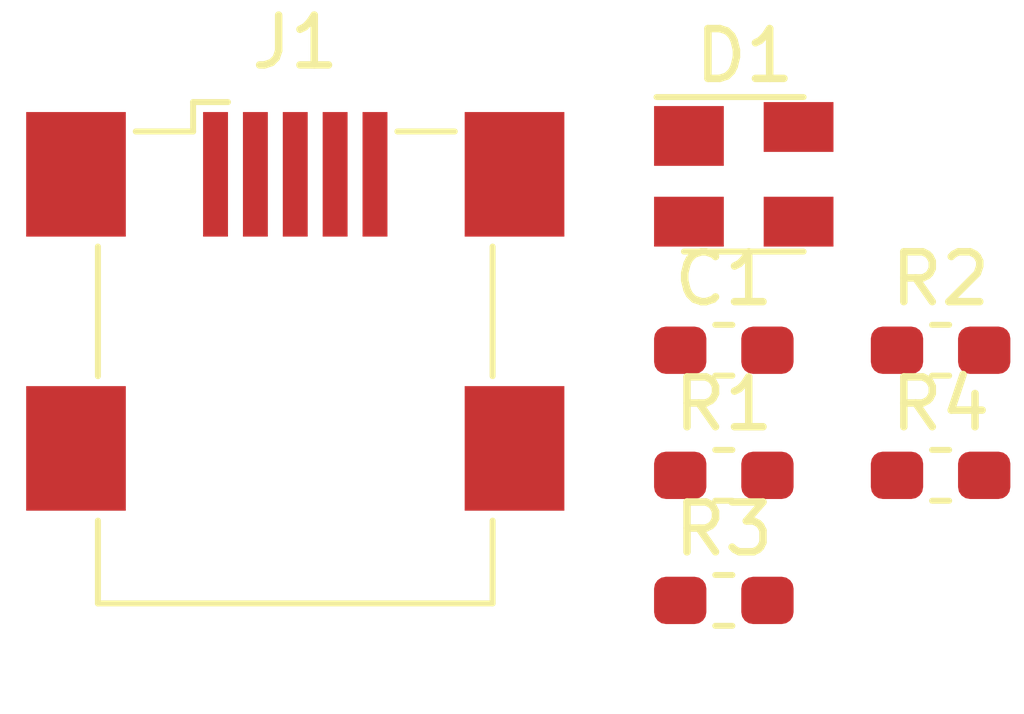
<source format=kicad_pcb>
(kicad_pcb (version 20171130) (host pcbnew 5.1.5-52549c5~86~ubuntu19.10.1)

  (general
    (thickness 1.6)
    (drawings 0)
    (tracks 0)
    (zones 0)
    (modules 7)
    (nets 6)
  )

  (page A4)
  (layers
    (0 F.Cu signal)
    (31 B.Cu signal)
    (32 B.Adhes user)
    (33 F.Adhes user)
    (34 B.Paste user)
    (35 F.Paste user)
    (36 B.SilkS user)
    (37 F.SilkS user)
    (38 B.Mask user)
    (39 F.Mask user)
    (40 Dwgs.User user)
    (41 Cmts.User user)
    (42 Eco1.User user)
    (43 Eco2.User user)
    (44 Edge.Cuts user)
    (45 Margin user)
    (46 B.CrtYd user)
    (47 F.CrtYd user)
    (48 B.Fab user)
    (49 F.Fab user)
  )

  (setup
    (last_trace_width 0.25)
    (trace_clearance 0.2)
    (zone_clearance 0.508)
    (zone_45_only no)
    (trace_min 0.2)
    (via_size 0.8)
    (via_drill 0.4)
    (via_min_size 0.4)
    (via_min_drill 0.3)
    (uvia_size 0.3)
    (uvia_drill 0.1)
    (uvias_allowed no)
    (uvia_min_size 0.2)
    (uvia_min_drill 0.1)
    (edge_width 0.05)
    (segment_width 0.2)
    (pcb_text_width 0.3)
    (pcb_text_size 1.5 1.5)
    (mod_edge_width 0.12)
    (mod_text_size 1 1)
    (mod_text_width 0.15)
    (pad_size 1.524 1.524)
    (pad_drill 0.762)
    (pad_to_mask_clearance 0.051)
    (solder_mask_min_width 0.25)
    (aux_axis_origin 0 0)
    (visible_elements FFFFFF7F)
    (pcbplotparams
      (layerselection 0x010fc_ffffffff)
      (usegerberextensions false)
      (usegerberattributes false)
      (usegerberadvancedattributes false)
      (creategerberjobfile false)
      (excludeedgelayer true)
      (linewidth 0.100000)
      (plotframeref false)
      (viasonmask false)
      (mode 1)
      (useauxorigin false)
      (hpglpennumber 1)
      (hpglpenspeed 20)
      (hpglpendiameter 15.000000)
      (psnegative false)
      (psa4output false)
      (plotreference true)
      (plotvalue true)
      (plotinvisibletext false)
      (padsonsilk false)
      (subtractmaskfromsilk false)
      (outputformat 1)
      (mirror false)
      (drillshape 1)
      (scaleselection 1)
      (outputdirectory ""))
  )

  (net 0 "")
  (net 1 GND)
  (net 2 ADC_BAT)
  (net 3 USB_ID)
  (net 4 "Net-(D1-Pad3)")
  (net 5 "Net-(D1-Pad2)")

  (net_class Default "Это класс цепей по умолчанию."
    (clearance 0.2)
    (trace_width 0.25)
    (via_dia 0.8)
    (via_drill 0.4)
    (uvia_dia 0.3)
    (uvia_drill 0.1)
    (add_net ADC_BAT)
    (add_net GND)
    (add_net "Net-(D1-Pad2)")
    (add_net "Net-(D1-Pad3)")
    (add_net "Net-(J1-Pad1)")
    (add_net USB_DM)
    (add_net USB_DP)
    (add_net USB_ID)
    (add_net VDD_BAT)
  )

  (module Resistor_SMD:R_0603_1608Metric_Pad1.05x0.95mm_HandSolder (layer F.Cu) (tedit 5B301BBD) (tstamp 5E9A2D93)
    (at 94.52 69.82)
    (descr "Resistor SMD 0603 (1608 Metric), square (rectangular) end terminal, IPC_7351 nominal with elongated pad for handsoldering. (Body size source: http://www.tortai-tech.com/upload/download/2011102023233369053.pdf), generated with kicad-footprint-generator")
    (tags "resistor handsolder")
    (path /5E9A98F9)
    (attr smd)
    (fp_text reference R4 (at 0 -1.43) (layer F.SilkS)
      (effects (font (size 1 1) (thickness 0.15)))
    )
    (fp_text value 22 (at 0 1.43) (layer F.Fab)
      (effects (font (size 1 1) (thickness 0.15)))
    )
    (fp_text user %R (at 0 0) (layer F.Fab)
      (effects (font (size 0.4 0.4) (thickness 0.06)))
    )
    (fp_line (start 1.65 0.73) (end -1.65 0.73) (layer F.CrtYd) (width 0.05))
    (fp_line (start 1.65 -0.73) (end 1.65 0.73) (layer F.CrtYd) (width 0.05))
    (fp_line (start -1.65 -0.73) (end 1.65 -0.73) (layer F.CrtYd) (width 0.05))
    (fp_line (start -1.65 0.73) (end -1.65 -0.73) (layer F.CrtYd) (width 0.05))
    (fp_line (start -0.171267 0.51) (end 0.171267 0.51) (layer F.SilkS) (width 0.12))
    (fp_line (start -0.171267 -0.51) (end 0.171267 -0.51) (layer F.SilkS) (width 0.12))
    (fp_line (start 0.8 0.4) (end -0.8 0.4) (layer F.Fab) (width 0.1))
    (fp_line (start 0.8 -0.4) (end 0.8 0.4) (layer F.Fab) (width 0.1))
    (fp_line (start -0.8 -0.4) (end 0.8 -0.4) (layer F.Fab) (width 0.1))
    (fp_line (start -0.8 0.4) (end -0.8 -0.4) (layer F.Fab) (width 0.1))
    (pad 2 smd roundrect (at 0.875 0) (size 1.05 0.95) (layers F.Cu F.Paste F.Mask) (roundrect_rratio 0.25))
    (pad 1 smd roundrect (at -0.875 0) (size 1.05 0.95) (layers F.Cu F.Paste F.Mask) (roundrect_rratio 0.25)
      (net 4 "Net-(D1-Pad3)"))
    (model ${KISYS3DMOD}/Resistor_SMD.3dshapes/R_0603_1608Metric.wrl
      (at (xyz 0 0 0))
      (scale (xyz 1 1 1))
      (rotate (xyz 0 0 0))
    )
  )

  (module Resistor_SMD:R_0603_1608Metric_Pad1.05x0.95mm_HandSolder (layer F.Cu) (tedit 5B301BBD) (tstamp 5E9A2D82)
    (at 90.17 72.33)
    (descr "Resistor SMD 0603 (1608 Metric), square (rectangular) end terminal, IPC_7351 nominal with elongated pad for handsoldering. (Body size source: http://www.tortai-tech.com/upload/download/2011102023233369053.pdf), generated with kicad-footprint-generator")
    (tags "resistor handsolder")
    (path /5E9A8E93)
    (attr smd)
    (fp_text reference R3 (at 0 -1.43) (layer F.SilkS)
      (effects (font (size 1 1) (thickness 0.15)))
    )
    (fp_text value 22 (at 0 1.43) (layer F.Fab)
      (effects (font (size 1 1) (thickness 0.15)))
    )
    (fp_text user %R (at 0 0) (layer F.Fab)
      (effects (font (size 0.4 0.4) (thickness 0.06)))
    )
    (fp_line (start 1.65 0.73) (end -1.65 0.73) (layer F.CrtYd) (width 0.05))
    (fp_line (start 1.65 -0.73) (end 1.65 0.73) (layer F.CrtYd) (width 0.05))
    (fp_line (start -1.65 -0.73) (end 1.65 -0.73) (layer F.CrtYd) (width 0.05))
    (fp_line (start -1.65 0.73) (end -1.65 -0.73) (layer F.CrtYd) (width 0.05))
    (fp_line (start -0.171267 0.51) (end 0.171267 0.51) (layer F.SilkS) (width 0.12))
    (fp_line (start -0.171267 -0.51) (end 0.171267 -0.51) (layer F.SilkS) (width 0.12))
    (fp_line (start 0.8 0.4) (end -0.8 0.4) (layer F.Fab) (width 0.1))
    (fp_line (start 0.8 -0.4) (end 0.8 0.4) (layer F.Fab) (width 0.1))
    (fp_line (start -0.8 -0.4) (end 0.8 -0.4) (layer F.Fab) (width 0.1))
    (fp_line (start -0.8 0.4) (end -0.8 -0.4) (layer F.Fab) (width 0.1))
    (pad 2 smd roundrect (at 0.875 0) (size 1.05 0.95) (layers F.Cu F.Paste F.Mask) (roundrect_rratio 0.25))
    (pad 1 smd roundrect (at -0.875 0) (size 1.05 0.95) (layers F.Cu F.Paste F.Mask) (roundrect_rratio 0.25)
      (net 5 "Net-(D1-Pad2)"))
    (model ${KISYS3DMOD}/Resistor_SMD.3dshapes/R_0603_1608Metric.wrl
      (at (xyz 0 0 0))
      (scale (xyz 1 1 1))
      (rotate (xyz 0 0 0))
    )
  )

  (module Resistor_SMD:R_0603_1608Metric_Pad1.05x0.95mm_HandSolder (layer F.Cu) (tedit 5B301BBD) (tstamp 5E9A2D71)
    (at 94.52 67.31)
    (descr "Resistor SMD 0603 (1608 Metric), square (rectangular) end terminal, IPC_7351 nominal with elongated pad for handsoldering. (Body size source: http://www.tortai-tech.com/upload/download/2011102023233369053.pdf), generated with kicad-footprint-generator")
    (tags "resistor handsolder")
    (path /5E99C526)
    (attr smd)
    (fp_text reference R2 (at 0 -1.43) (layer F.SilkS)
      (effects (font (size 1 1) (thickness 0.15)))
    )
    (fp_text value 10K (at 0 1.43) (layer F.Fab)
      (effects (font (size 1 1) (thickness 0.15)))
    )
    (fp_text user %R (at 0 0) (layer F.Fab)
      (effects (font (size 0.4 0.4) (thickness 0.06)))
    )
    (fp_line (start 1.65 0.73) (end -1.65 0.73) (layer F.CrtYd) (width 0.05))
    (fp_line (start 1.65 -0.73) (end 1.65 0.73) (layer F.CrtYd) (width 0.05))
    (fp_line (start -1.65 -0.73) (end 1.65 -0.73) (layer F.CrtYd) (width 0.05))
    (fp_line (start -1.65 0.73) (end -1.65 -0.73) (layer F.CrtYd) (width 0.05))
    (fp_line (start -0.171267 0.51) (end 0.171267 0.51) (layer F.SilkS) (width 0.12))
    (fp_line (start -0.171267 -0.51) (end 0.171267 -0.51) (layer F.SilkS) (width 0.12))
    (fp_line (start 0.8 0.4) (end -0.8 0.4) (layer F.Fab) (width 0.1))
    (fp_line (start 0.8 -0.4) (end 0.8 0.4) (layer F.Fab) (width 0.1))
    (fp_line (start -0.8 -0.4) (end 0.8 -0.4) (layer F.Fab) (width 0.1))
    (fp_line (start -0.8 0.4) (end -0.8 -0.4) (layer F.Fab) (width 0.1))
    (pad 2 smd roundrect (at 0.875 0) (size 1.05 0.95) (layers F.Cu F.Paste F.Mask) (roundrect_rratio 0.25)
      (net 1 GND))
    (pad 1 smd roundrect (at -0.875 0) (size 1.05 0.95) (layers F.Cu F.Paste F.Mask) (roundrect_rratio 0.25)
      (net 2 ADC_BAT))
    (model ${KISYS3DMOD}/Resistor_SMD.3dshapes/R_0603_1608Metric.wrl
      (at (xyz 0 0 0))
      (scale (xyz 1 1 1))
      (rotate (xyz 0 0 0))
    )
  )

  (module Resistor_SMD:R_0603_1608Metric_Pad1.05x0.95mm_HandSolder (layer F.Cu) (tedit 5B301BBD) (tstamp 5E9A2D60)
    (at 90.17 69.82)
    (descr "Resistor SMD 0603 (1608 Metric), square (rectangular) end terminal, IPC_7351 nominal with elongated pad for handsoldering. (Body size source: http://www.tortai-tech.com/upload/download/2011102023233369053.pdf), generated with kicad-footprint-generator")
    (tags "resistor handsolder")
    (path /5E99BCC6)
    (attr smd)
    (fp_text reference R1 (at 0 -1.43) (layer F.SilkS)
      (effects (font (size 1 1) (thickness 0.15)))
    )
    (fp_text value 10K (at 0 1.43) (layer F.Fab)
      (effects (font (size 1 1) (thickness 0.15)))
    )
    (fp_text user %R (at 0 0) (layer F.Fab)
      (effects (font (size 0.4 0.4) (thickness 0.06)))
    )
    (fp_line (start 1.65 0.73) (end -1.65 0.73) (layer F.CrtYd) (width 0.05))
    (fp_line (start 1.65 -0.73) (end 1.65 0.73) (layer F.CrtYd) (width 0.05))
    (fp_line (start -1.65 -0.73) (end 1.65 -0.73) (layer F.CrtYd) (width 0.05))
    (fp_line (start -1.65 0.73) (end -1.65 -0.73) (layer F.CrtYd) (width 0.05))
    (fp_line (start -0.171267 0.51) (end 0.171267 0.51) (layer F.SilkS) (width 0.12))
    (fp_line (start -0.171267 -0.51) (end 0.171267 -0.51) (layer F.SilkS) (width 0.12))
    (fp_line (start 0.8 0.4) (end -0.8 0.4) (layer F.Fab) (width 0.1))
    (fp_line (start 0.8 -0.4) (end 0.8 0.4) (layer F.Fab) (width 0.1))
    (fp_line (start -0.8 -0.4) (end 0.8 -0.4) (layer F.Fab) (width 0.1))
    (fp_line (start -0.8 0.4) (end -0.8 -0.4) (layer F.Fab) (width 0.1))
    (pad 2 smd roundrect (at 0.875 0) (size 1.05 0.95) (layers F.Cu F.Paste F.Mask) (roundrect_rratio 0.25)
      (net 2 ADC_BAT))
    (pad 1 smd roundrect (at -0.875 0) (size 1.05 0.95) (layers F.Cu F.Paste F.Mask) (roundrect_rratio 0.25))
    (model ${KISYS3DMOD}/Resistor_SMD.3dshapes/R_0603_1608Metric.wrl
      (at (xyz 0 0 0))
      (scale (xyz 1 1 1))
      (rotate (xyz 0 0 0))
    )
  )

  (module Connector_USB:USB_Mini-B_Wuerth_65100516121_Horizontal (layer F.Cu) (tedit 5D90ED94) (tstamp 5E9A2D4F)
    (at 81.57 66.38)
    (descr "Mini USB 2.0 Type B SMT Horizontal 5 Contacts (https://katalog.we-online.de/em/datasheet/65100516121.pdf)")
    (tags "Mini USB 2.0 Type B")
    (path /5E9A1554)
    (attr smd)
    (fp_text reference J1 (at 0 -5.25) (layer F.SilkS)
      (effects (font (size 1 1) (thickness 0.15)))
    )
    (fp_text value USB_OTG (at 0 7.35) (layer F.Fab)
      (effects (font (size 1 1) (thickness 0.15)))
    )
    (fp_line (start -5.89 4.65) (end -5.9 1.15) (layer F.CrtYd) (width 0.05))
    (fp_line (start -4.35 -0.85) (end -5.9 -0.85) (layer F.CrtYd) (width 0.05))
    (fp_line (start -5.9 1.15) (end -4.35 1.15) (layer F.CrtYd) (width 0.05))
    (fp_line (start -4.35 4.65) (end -5.89 4.65) (layer F.CrtYd) (width 0.05))
    (fp_line (start 5.9 1.15) (end 5.9 4.65) (layer F.CrtYd) (width 0.05))
    (fp_line (start 5.9 -0.85) (end 4.35 -0.85) (layer F.CrtYd) (width 0.05))
    (fp_line (start 4.35 1.15) (end 5.9 1.15) (layer F.CrtYd) (width 0.05))
    (fp_line (start 5.9 4.65) (end 4.35 4.65) (layer F.CrtYd) (width 0.05))
    (fp_line (start 4.35 -0.85) (end 4.35 1.15) (layer F.CrtYd) (width 0.05))
    (fp_line (start -4.35 1.15) (end -4.35 -0.85) (layer F.CrtYd) (width 0.05))
    (fp_line (start 4.35 4.65) (end 4.35 6.4) (layer F.CrtYd) (width 0.05))
    (fp_line (start -4.35 6.4) (end -4.35 4.65) (layer F.CrtYd) (width 0.05))
    (fp_line (start -1.3 -3.35) (end 3.85 -3.35) (layer F.Fab) (width 0.1))
    (fp_line (start -1.6 -2.85) (end -1.3 -3.35) (layer F.Fab) (width 0.1))
    (fp_line (start -1.9 -3.35) (end -1.6 -2.85) (layer F.Fab) (width 0.1))
    (fp_text user %R (at 0 0) (layer F.Fab)
      (effects (font (size 1 1) (thickness 0.15)))
    )
    (fp_line (start 4.35 6.4) (end -4.35 6.4) (layer F.CrtYd) (width 0.05))
    (fp_line (start 5.9 -4.35) (end 5.9 -0.85) (layer F.CrtYd) (width 0.05))
    (fp_line (start -5.9 -4.35) (end 5.9 -4.35) (layer F.CrtYd) (width 0.05))
    (fp_line (start -5.9 -0.85) (end -5.9 -4.35) (layer F.CrtYd) (width 0.05))
    (fp_line (start 3.96 6.01) (end 3.96 4.35) (layer F.SilkS) (width 0.12))
    (fp_line (start -3.96 6.01) (end 3.96 6.01) (layer F.SilkS) (width 0.12))
    (fp_line (start -3.96 4.35) (end -3.96 6.01) (layer F.SilkS) (width 0.12))
    (fp_line (start 2.05 -3.46) (end 3.2 -3.46) (layer F.SilkS) (width 0.12))
    (fp_line (start -2.05 -4.05) (end -1.35 -4.05) (layer F.SilkS) (width 0.12))
    (fp_line (start -2.05 -3.46) (end -2.05 -4.05) (layer F.SilkS) (width 0.12))
    (fp_line (start -3.2 -3.46) (end -2.05 -3.46) (layer F.SilkS) (width 0.12))
    (fp_line (start 3.96 -1.15) (end 3.96 1.45) (layer F.SilkS) (width 0.12))
    (fp_line (start -3.96 1.45) (end -3.96 -1.15) (layer F.SilkS) (width 0.12))
    (fp_line (start -3.85 5.9) (end -3.85 -3.35) (layer F.Fab) (width 0.1))
    (fp_line (start 3.85 5.9) (end -3.85 5.9) (layer F.Fab) (width 0.1))
    (fp_line (start 3.85 -3.35) (end 3.85 5.9) (layer F.Fab) (width 0.1))
    (fp_line (start -3.85 -3.35) (end -1.9 -3.35) (layer F.Fab) (width 0.1))
    (pad "" np_thru_hole circle (at 2.2 0) (size 0.9 0.9) (drill 0.9) (layers *.Cu *.Mask))
    (pad "" np_thru_hole circle (at -2.2 0) (size 0.9 0.9) (drill 0.9) (layers *.Cu *.Mask))
    (pad 5 smd rect (at 1.6 -2.6) (size 0.5 2.5) (layers F.Cu F.Paste F.Mask)
      (net 1 GND))
    (pad 4 smd rect (at 0.8 -2.6) (size 0.5 2.5) (layers F.Cu F.Paste F.Mask)
      (net 3 USB_ID))
    (pad 3 smd rect (at 0 -2.6) (size 0.5 2.5) (layers F.Cu F.Paste F.Mask)
      (net 5 "Net-(D1-Pad2)"))
    (pad 2 smd rect (at -0.8 -2.6) (size 0.5 2.5) (layers F.Cu F.Paste F.Mask)
      (net 4 "Net-(D1-Pad3)"))
    (pad 1 smd rect (at -1.6 -2.6) (size 0.5 2.5) (layers F.Cu F.Paste F.Mask))
    (pad 6 smd rect (at 4.4 -2.6) (size 2 2.5) (layers F.Cu F.Paste F.Mask)
      (net 1 GND))
    (pad 6 smd rect (at -4.4 -2.6) (size 2 2.5) (layers F.Cu F.Paste F.Mask)
      (net 1 GND))
    (pad 6 smd rect (at 4.4 2.9) (size 2 2.5) (layers F.Cu F.Paste F.Mask)
      (net 1 GND))
    (pad 6 smd rect (at -4.4 2.9) (size 2 2.5) (layers F.Cu F.Paste F.Mask)
      (net 1 GND))
    (model ${KICAD_SYMBOL_DIR}/kicad-mylib/3d/usb_mini.stp
      (offset (xyz 0 -5.9 2))
      (scale (xyz 1 1 1))
      (rotate (xyz -90 0 0))
    )
  )

  (module Package_TO_SOT_SMD:SOT-143 (layer F.Cu) (tedit 5A02FF57) (tstamp 5E9A2D1F)
    (at 90.57 63.78)
    (descr SOT-143)
    (tags SOT-143)
    (path /5E9C685E)
    (attr smd)
    (fp_text reference D1 (at 0.02 -2.38) (layer F.SilkS)
      (effects (font (size 1 1) (thickness 0.15)))
    )
    (fp_text value SP0503BAHT (at -0.28 2.48) (layer F.Fab)
      (effects (font (size 1 1) (thickness 0.15)))
    )
    (fp_line (start -2.05 1.75) (end -2.05 -1.75) (layer F.CrtYd) (width 0.05))
    (fp_line (start -2.05 1.75) (end 2.05 1.75) (layer F.CrtYd) (width 0.05))
    (fp_line (start 2.05 -1.75) (end -2.05 -1.75) (layer F.CrtYd) (width 0.05))
    (fp_line (start 2.05 -1.75) (end 2.05 1.75) (layer F.CrtYd) (width 0.05))
    (fp_line (start 1.2 -1.5) (end 1.2 1.5) (layer F.Fab) (width 0.1))
    (fp_line (start 1.2 1.5) (end -1.2 1.5) (layer F.Fab) (width 0.1))
    (fp_line (start -1.2 1.5) (end -1.2 -1) (layer F.Fab) (width 0.1))
    (fp_line (start -0.7 -1.5) (end 1.2 -1.5) (layer F.Fab) (width 0.1))
    (fp_line (start -1.2 -1) (end -0.7 -1.5) (layer F.Fab) (width 0.1))
    (fp_line (start 1.2 -1.55) (end -1.75 -1.55) (layer F.SilkS) (width 0.12))
    (fp_line (start -1.2 1.55) (end 1.2 1.55) (layer F.SilkS) (width 0.12))
    (fp_text user %R (at 0 0 90) (layer F.Fab)
      (effects (font (size 0.5 0.5) (thickness 0.075)))
    )
    (pad 4 smd rect (at 1.1 -0.95 270) (size 1 1.4) (layers F.Cu F.Paste F.Mask)
      (net 3 USB_ID))
    (pad 3 smd rect (at 1.1 0.95 270) (size 1 1.4) (layers F.Cu F.Paste F.Mask)
      (net 4 "Net-(D1-Pad3)"))
    (pad 2 smd rect (at -1.1 0.95 270) (size 1 1.4) (layers F.Cu F.Paste F.Mask)
      (net 5 "Net-(D1-Pad2)"))
    (pad 1 smd rect (at -1.1 -0.77 270) (size 1.2 1.4) (layers F.Cu F.Paste F.Mask)
      (net 1 GND))
    (model ${KISYS3DMOD}/Package_TO_SOT_SMD.3dshapes/SOT-143.wrl
      (at (xyz 0 0 0))
      (scale (xyz 1 1 1))
      (rotate (xyz 0 0 0))
    )
  )

  (module Capacitor_SMD:C_0603_1608Metric_Pad1.05x0.95mm_HandSolder (layer F.Cu) (tedit 5B301BBE) (tstamp 5E9A2D0B)
    (at 90.17 67.31)
    (descr "Capacitor SMD 0603 (1608 Metric), square (rectangular) end terminal, IPC_7351 nominal with elongated pad for handsoldering. (Body size source: http://www.tortai-tech.com/upload/download/2011102023233369053.pdf), generated with kicad-footprint-generator")
    (tags "capacitor handsolder")
    (path /5E99D534)
    (attr smd)
    (fp_text reference C1 (at 0 -1.43) (layer F.SilkS)
      (effects (font (size 1 1) (thickness 0.15)))
    )
    (fp_text value 100nF (at 0 1.43) (layer F.Fab)
      (effects (font (size 1 1) (thickness 0.15)))
    )
    (fp_text user %R (at 0 0) (layer F.Fab)
      (effects (font (size 0.4 0.4) (thickness 0.06)))
    )
    (fp_line (start 1.65 0.73) (end -1.65 0.73) (layer F.CrtYd) (width 0.05))
    (fp_line (start 1.65 -0.73) (end 1.65 0.73) (layer F.CrtYd) (width 0.05))
    (fp_line (start -1.65 -0.73) (end 1.65 -0.73) (layer F.CrtYd) (width 0.05))
    (fp_line (start -1.65 0.73) (end -1.65 -0.73) (layer F.CrtYd) (width 0.05))
    (fp_line (start -0.171267 0.51) (end 0.171267 0.51) (layer F.SilkS) (width 0.12))
    (fp_line (start -0.171267 -0.51) (end 0.171267 -0.51) (layer F.SilkS) (width 0.12))
    (fp_line (start 0.8 0.4) (end -0.8 0.4) (layer F.Fab) (width 0.1))
    (fp_line (start 0.8 -0.4) (end 0.8 0.4) (layer F.Fab) (width 0.1))
    (fp_line (start -0.8 -0.4) (end 0.8 -0.4) (layer F.Fab) (width 0.1))
    (fp_line (start -0.8 0.4) (end -0.8 -0.4) (layer F.Fab) (width 0.1))
    (pad 2 smd roundrect (at 0.875 0) (size 1.05 0.95) (layers F.Cu F.Paste F.Mask) (roundrect_rratio 0.25)
      (net 1 GND))
    (pad 1 smd roundrect (at -0.875 0) (size 1.05 0.95) (layers F.Cu F.Paste F.Mask) (roundrect_rratio 0.25)
      (net 2 ADC_BAT))
    (model ${KISYS3DMOD}/Capacitor_SMD.3dshapes/C_0603_1608Metric.wrl
      (at (xyz 0 0 0))
      (scale (xyz 1 1 1))
      (rotate (xyz 0 0 0))
    )
  )

)

</source>
